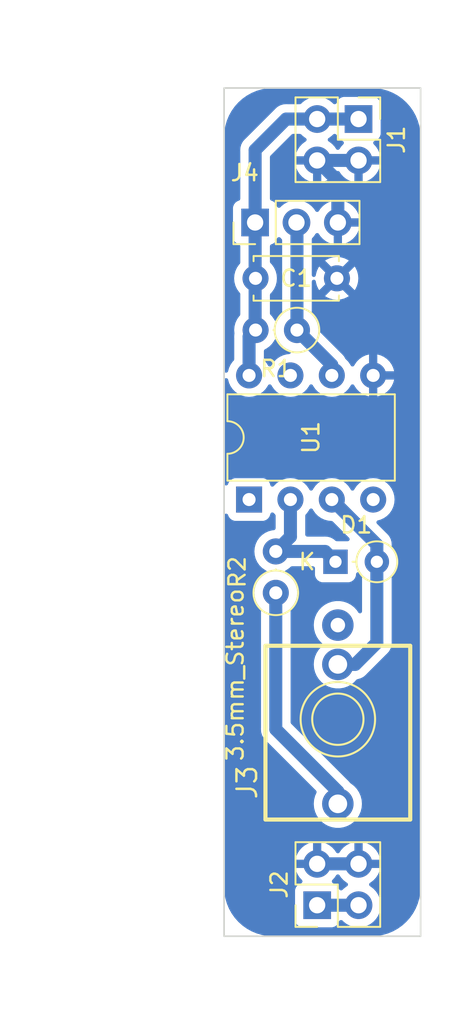
<source format=kicad_pcb>
(kicad_pcb (version 20221018) (generator pcbnew)
  (layers (0 "F.Cu" signal) (31 "B.Cu" signal) (34 "B.Paste" user) (35 "F.Paste" user) (36 "B.SilkS" user "B.Silkscreen") (37 "F.SilkS" user "F.Silkscreen") (38 "B.Mask" user) (39 "F.Mask" user) (44 "Edge.Cuts" user))
  (net 0 "")
  (net 1 "+5VA")
  (net 2 "GNDA")
  (net 3 "Net-(D1-Pad1)")
  (net 4 "Net-(D1-Pad2)")
  (net 5 "Net-(J2-Pad1)")
  (net 6 "Net-(J3-Pad1)")
  (net 8 "/MIDI_IN")
  (footprint "Resistor_THT:R_Axial_DIN0207_L6.3mm_D2.5mm_P2.54mm_Vertical" (layer "F.Cu") (at 118.139 66.294 180)
    (fp_text reference "R1" (at 1.27 -2.37) (layer "F.SilkS"))
    (fp_text value "220")
    (fp_line (start 1.37 0) (end 1.44 0) (stroke (width 0.12)) (layer "F.SilkS"))
    (fp_circle (center 0 0) (end 1.37 0) (stroke (width 0.12)) (fill none) (layer "F.SilkS"))
    (pad "1" thru_hole circle (at 0 0 180) (size 1.6 1.6) (drill 0.8) (layers "*.Cu" "*.Mask") (net 8 "/MIDI_IN"))
    (pad "2" thru_hole oval (at 2.54 0 180) (size 1.6 1.6) (drill 0.8) (layers "*.Cu" "*.Mask") (net 1 "+5VA"))
  )
  (footprint "Connector_PinHeader_2.54mm:PinHeader_2x02_P2.54mm_Vertical" (layer "F.Cu") (at 119.38 101.6 90)
    (fp_text reference "J2" (at 1.27 -2.33 90) (layer "F.SilkS"))
    (fp_text value "Conn_02x02_Odd_Even")
    (fp_line (start -1.33 -1.33) (end 0 -1.33) (stroke (width 0.12)) (layer "F.SilkS"))
    (fp_line (start -1.33 0) (end -1.33 -1.33) (stroke (width 0.12)) (layer "F.SilkS"))
    (fp_line (start -1.33 1.27) (end -1.33 3.87) (stroke (width 0.12)) (layer "F.SilkS"))
    (fp_line (start -1.33 1.27) (end 1.27 1.27) (stroke (width 0.12)) (layer "F.SilkS"))
    (fp_line (start -1.33 3.87) (end 3.87 3.87) (stroke (width 0.12)) (layer "F.SilkS"))
    (fp_line (start 1.27 -1.33) (end 3.87 -1.33) (stroke (width 0.12)) (layer "F.SilkS"))
    (fp_line (start 1.27 1.27) (end 1.27 -1.33) (stroke (width 0.12)) (layer "F.SilkS"))
    (fp_line (start 3.87 -1.33) (end 3.87 3.87) (stroke (width 0.12)) (layer "F.SilkS"))
    (pad "1" thru_hole rect (at 0 0 90) (size 1.7 1.7) (drill 1) (layers "*.Cu" "*.Mask") (net 5 "Net-(J2-Pad1)"))
    (pad "2" thru_hole oval (at 2.54 0 90) (size 1.7 1.7) (drill 1) (layers "*.Cu" "*.Mask") (net 2 "GNDA"))
    (pad "3" thru_hole oval (at 0 2.54 90) (size 1.7 1.7) (drill 1) (layers "*.Cu" "*.Mask") (net 5 "Net-(J2-Pad1)"))
    (pad "4" thru_hole oval (at 2.54 2.54 90) (size 1.7 1.7) (drill 1) (layers "*.Cu" "*.Mask") (net 2 "GNDA"))
  )
  (footprint "Diode_THT:D_DO-34_SOD68_P2.54mm_Vertical_KathodeUp" (layer "F.Cu") (at 120.50467 80.518)
    (fp_text reference "D1" (at 1.27 -2.25566) (layer "F.SilkS"))
    (fp_text value "1n4148")
    (fp_text user "K" (at -1.75 0) (layer "F.SilkS"))
    (fp_line (start 1.28434 0) (end 1.05 0) (stroke (width 0.12)) (layer "F.SilkS"))
    (fp_circle (center 2.54 0) (end 3.79566 0) (stroke (width 0.12)) (fill none) (layer "F.SilkS"))
    (pad "1" thru_hole rect (at 0 0) (size 1.5 1.5) (drill 0.75) (layers "*.Cu" "*.Mask") (net 3 "Net-(D1-Pad1)"))
    (pad "2" thru_hole oval (at 2.54 0) (size 1.5 1.5) (drill 0.75) (layers "*.Cu" "*.Mask") (net 4 "Net-(D1-Pad2)"))
  )
  (footprint "Package_DIP:DIP-8_W7.62mm" (layer "F.Cu") (at 115.199 76.698 90)
    (fp_text reference "U1" (at 3.81 3.8 90) (layer "F.SilkS"))
    (fp_text value "6N137")
    (fp_line (start 1.16 -1.33) (end 1.16 8.95) (stroke (width 0.12)) (layer "F.SilkS"))
    (fp_line (start 1.16 8.95) (end 6.46 8.95) (stroke (width 0.12)) (layer "F.SilkS"))
    (fp_line (start 2.81 -1.33) (end 1.16 -1.33) (stroke (width 0.12)) (layer "F.SilkS"))
    (fp_line (start 6.46 -1.33) (end 4.81 -1.33) (stroke (width 0.12)) (layer "F.SilkS"))
    (fp_line (start 6.46 8.95) (end 6.46 -1.33) (stroke (width 0.12)) (layer "F.SilkS"))
    (fp_arc (start 4.81 -1.33) (mid 3.81 -0.33) (end 2.81 -1.33) (stroke (width 0.12)) (layer "F.SilkS"))
    (pad "1" thru_hole rect (at 0 0 90) (size 1.6 1.6) (drill 0.8) (layers "*.Cu" "*.Mask"))
    (pad "2" thru_hole oval (at 0 2.54 90) (size 1.6 1.6) (drill 0.8) (layers "*.Cu" "*.Mask") (net 3 "Net-(D1-Pad1)"))
    (pad "3" thru_hole oval (at 0 5.08 90) (size 1.6 1.6) (drill 0.8) (layers "*.Cu" "*.Mask") (net 4 "Net-(D1-Pad2)"))
    (pad "4" thru_hole oval (at 0 7.62 90) (size 1.6 1.6) (drill 0.8) (layers "*.Cu" "*.Mask"))
    (pad "5" thru_hole oval (at 7.62 7.62 90) (size 1.6 1.6) (drill 0.8) (layers "*.Cu" "*.Mask") (net 2 "GNDA"))
    (pad "6" thru_hole oval (at 7.62 5.08 90) (size 1.6 1.6) (drill 0.8) (layers "*.Cu" "*.Mask") (net 8 "/MIDI_IN"))
    (pad "7" thru_hole oval (at 7.62 2.54 90) (size 1.6 1.6) (drill 0.8) (layers "*.Cu" "*.Mask"))
    (pad "8" thru_hole oval (at 7.62 0 90) (size 1.6 1.6) (drill 0.8) (layers "*.Cu" "*.Mask") (net 1 "+5VA"))
  )
  (footprint "Connector_PinHeader_2.54mm:PinHeader_1x03_P2.54mm_Vertical" (layer "F.Cu") (at 115.57 59.69 90)
    (fp_text reference "J4" (at 3.048 -0.635) (layer "F.SilkS"))
    (fp_text value "Conn_01x03")
    (fp_line (start -1.33 -1.33) (end 0 -1.33) (stroke (width 0.12)) (layer "F.SilkS"))
    (fp_line (start -1.33 0) (end -1.33 -1.33) (stroke (width 0.12)) (layer "F.SilkS"))
    (fp_line (start -1.33 1.27) (end -1.33 6.41) (stroke (width 0.12)) (layer "F.SilkS"))
    (fp_line (start -1.33 1.27) (end 1.33 1.27) (stroke (width 0.12)) (layer "F.SilkS"))
    (fp_line (start -1.33 6.41) (end 1.33 6.41) (stroke (width 0.12)) (layer "F.SilkS"))
    (fp_line (start 1.33 1.27) (end 1.33 6.41) (stroke (width 0.12)) (layer "F.SilkS"))
    (pad "1" thru_hole rect (at 0 0 90) (size 1.7 1.7) (drill 1) (layers "*.Cu" "*.Mask") (net 1 "+5VA"))
    (pad "2" thru_hole oval (at 0 2.54 90) (size 1.7 1.7) (drill 1) (layers "*.Cu" "*.Mask") (net 8 "/MIDI_IN"))
    (pad "3" thru_hole oval (at 0 5.08 90) (size 1.7 1.7) (drill 1) (layers "*.Cu" "*.Mask") (net 2 "GNDA"))
  )
  (footprint "4ms:EighthInch_PJ398SM" (layer "F.Cu") (at 120.65 90.17 90)
    (fp_text reference "J3" (at -5.0172 -4.866 90) (layer "F.SilkS") (effects (font (size 1.2065 1.2065) (thickness 0.1524)) (justify left bottom)))
    (fp_text value "3.5mm_Stereo" (at -2.667 -5.715 90) (layer "F.SilkS") (effects (justify left bottom)))
    (fp_line (start -6.1722 -4.445) (end -6.1722 4.445) (stroke (width 0.254)) (layer "F.SilkS"))
    (fp_line (start -6.1722 4.445) (end 4.4958 4.445) (stroke (width 0.254)) (layer "F.SilkS"))
    (fp_line (start 4.4958 -4.445) (end -6.1722 -4.445) (stroke (width 0.254)) (layer "F.SilkS"))
    (fp_line (start 4.4958 4.445) (end 4.4958 -4.445) (stroke (width 0.254)) (layer "F.SilkS"))
    (fp_circle (center -0.0127 0) (end 1.5621 0) (stroke (width 0.127)) (fill none) (layer "F.SilkS"))
    (fp_circle (center -0.0127 0) (end 2.2733 0) (stroke (width 0.127)) (fill none) (layer "F.SilkS"))
    (pad "1" thru_hole circle (at -5.207 0 90) (size 1.9304 1.9304) (drill 1.143) (layers "*.Cu" "*.Mask") (net 6 "Net-(J3-Pad1)"))
    (pad "2" thru_hole circle (at 5.7658 0 90) (size 1.9304 1.9304) (drill 0.889) (layers "*.Cu" "*.Mask"))
    (pad "3" thru_hole circle (at 3.3528 0 90) (size 1.9304 1.9304) (drill 1.143) (layers "*.Cu" "*.Mask") (net 4 "Net-(D1-Pad2)"))
  )
  (footprint "Connector_PinHeader_2.54mm:PinHeader_2x02_P2.54mm_Vertical" (layer "F.Cu") (at 121.92 53.34 -90)
    (fp_text reference "J1" (at 1.27 -2.33 90) (layer "F.SilkS"))
    (fp_text value "Conn_02x02_Odd_Even")
    (fp_line (start -1.33 -1.33) (end 0 -1.33) (stroke (width 0.12)) (layer "F.SilkS"))
    (fp_line (start -1.33 0) (end -1.33 -1.33) (stroke (width 0.12)) (layer "F.SilkS"))
    (fp_line (start -1.33 1.27) (end -1.33 3.87) (stroke (width 0.12)) (layer "F.SilkS"))
    (fp_line (start -1.33 1.27) (end 1.27 1.27) (stroke (width 0.12)) (layer "F.SilkS"))
    (fp_line (start -1.33 3.87) (end 3.87 3.87) (stroke (width 0.12)) (layer "F.SilkS"))
    (fp_line (start 1.27 -1.33) (end 3.87 -1.33) (stroke (width 0.12)) (layer "F.SilkS"))
    (fp_line (start 1.27 1.27) (end 1.27 -1.33) (stroke (width 0.12)) (layer "F.SilkS"))
    (fp_line (start 3.87 -1.33) (end 3.87 3.87) (stroke (width 0.12)) (layer "F.SilkS"))
    (pad "1" thru_hole rect (at 0 0 270) (size 1.7 1.7) (drill 1) (layers "*.Cu" "*.Mask") (net 1 "+5VA"))
    (pad "2" thru_hole oval (at 2.54 0 270) (size 1.7 1.7) (drill 1) (layers "*.Cu" "*.Mask") (net 2 "GNDA"))
    (pad "3" thru_hole oval (at 0 2.54 270) (size 1.7 1.7) (drill 1) (layers "*.Cu" "*.Mask") (net 1 "+5VA"))
    (pad "4" thru_hole oval (at 2.54 2.54 270) (size 1.7 1.7) (drill 1) (layers "*.Cu" "*.Mask") (net 2 "GNDA"))
  )
  (footprint "Capacitor_THT:C_Disc_D5.0mm_W2.5mm_P5.00mm" (layer "F.Cu") (at 115.595 63.119)
    (fp_text reference "C1" (at 2.5 0) (layer "F.SilkS"))
    (fp_text value "0.1uF")
    (fp_line (start -0.12 -1.37) (end -0.12 -1.055) (stroke (width 0.12)) (layer "F.SilkS"))
    (fp_line (start -0.12 -1.37) (end 5.12 -1.37) (stroke (width 0.12)) (layer "F.SilkS"))
    (fp_line (start -0.12 1.055) (end -0.12 1.37) (stroke (width 0.12)) (layer "F.SilkS"))
    (fp_line (start -0.12 1.37) (end 5.12 1.37) (stroke (width 0.12)) (layer "F.SilkS"))
    (fp_line (start 5.12 -1.37) (end 5.12 -1.055) (stroke (width 0.12)) (layer "F.SilkS"))
    (fp_line (start 5.12 1.055) (end 5.12 1.37) (stroke (width 0.12)) (layer "F.SilkS"))
    (pad "1" thru_hole circle (at 0 0) (size 1.6 1.6) (drill 0.8) (layers "*.Cu" "*.Mask") (net 1 "+5VA"))
    (pad "2" thru_hole circle (at 5 0) (size 1.6 1.6) (drill 0.8) (layers "*.Cu" "*.Mask") (net 2 "GNDA"))
  )
  (footprint "Resistor_THT:R_Axial_DIN0207_L6.3mm_D2.5mm_P2.54mm_Vertical" (layer "F.Cu") (at 116.84 82.423 90)
    (fp_text reference "R2" (at 1.27 -2.37 90) (layer "F.SilkS"))
    (fp_text value "220")
    (fp_line (start 1.37 0) (end 1.44 0) (stroke (width 0.12)) (layer "F.SilkS"))
    (fp_circle (center 0 0) (end 1.37 0) (stroke (width 0.12)) (fill none) (layer "F.SilkS"))
    (pad "1" thru_hole circle (at 0 0 90) (size 1.6 1.6) (drill 0.8) (layers "*.Cu" "*.Mask") (net 6 "Net-(J3-Pad1)"))
    (pad "2" thru_hole oval (at 2.54 0 90) (size 1.6 1.6) (drill 0.8) (layers "*.Cu" "*.Mask") (net 3 "Net-(D1-Pad1)"))
  )
  (gr_rect (start 113.665 51.435) (end 125.73 103.505) (stroke (width 0.1)) (fill none) (layer "Edge.Cuts"))
  (segment (start 117.475 53.34) (end 119.38 53.34) (width 0.8) (layer "B.Cu") (net 1))
  (segment (start 115.599 66.294) (end 115.57 66.265) (width 0.8) (layer "B.Cu") (net 1))
  (segment (start 115.57 55.245) (end 117.475 53.34) (width 0.8) (layer "B.Cu") (net 1))
  (segment (start 115.57 66.265) (end 115.57 55.245) (width 0.8) (layer "B.Cu") (net 1))
  (segment (start 115.199 66.694) (end 115.599 66.294) (width 0.8) (layer "B.Cu") (net 1))
  (segment (start 115.199 69.078) (end 115.199 66.694) (width 0.8) (layer "B.Cu") (net 1))
  (segment (start 119.38 53.34) (end 121.92 53.34) (width 0.8) (layer "B.Cu") (net 1))
  (segment (start 121.92 55.88) (end 119.38 55.88) (width 0.8) (layer "B.Cu") (net 2))
  (segment (start 121.92 99.06) (end 119.38 99.06) (width 0.8) (layer "B.Cu") (net 2))
  (segment (start 120.65 57.15) (end 119.38 55.88) (width 0.8) (layer "B.Cu") (net 2))
  (segment (start 121.935 55.895) (end 121.92 55.88) (width 0.8) (layer "B.Cu") (net 2))
  (segment (start 120.65 59.69) (end 120.65 57.15) (width 0.8) (layer "B.Cu") (net 2))
  (segment (start 120.50467 80.518) (end 119.86967 79.883) (width 0.8) (layer "B.Cu") (net 3))
  (segment (start 117.739 78.984) (end 116.84 79.883) (width 0.8) (layer "B.Cu") (net 3))
  (segment (start 117.739 76.698) (end 117.739 78.984) (width 0.8) (layer "B.Cu") (net 3))
  (segment (start 119.86967 79.883) (end 116.84 79.883) (width 0.8) (layer "B.Cu") (net 3))
  (segment (start 123.04467 85.48933) (end 123.04467 80.518) (width 0.8) (layer "B.Cu") (net 4))
  (segment (start 120.65 86.8172) (end 121.7168 86.8172) (width 0.8) (layer "B.Cu") (net 4))
  (segment (start 121.7168 86.8172) (end 123.04467 85.48933) (width 0.8) (layer "B.Cu") (net 4))
  (segment (start 123.04467 79.46367) (end 120.279 76.698) (width 0.8) (layer "B.Cu") (net 4))
  (segment (start 123.04467 80.518) (end 123.04467 79.46367) (width 0.8) (layer "B.Cu") (net 4))
  (segment (start 119.38 101.6) (end 121.92 101.6) (width 0.8) (layer "B.Cu") (net 5))
  (segment (start 120.65 95.377) (end 120.65 94.615) (width 0.8) (layer "B.Cu") (net 6))
  (segment (start 120.65 94.615) (end 116.84 90.805) (width 0.8) (layer "B.Cu") (net 6))
  (segment (start 116.84 90.805) (end 116.84 82.423) (width 0.8) (layer "B.Cu") (net 6))
  (segment (start 118.139 59.719) (end 118.11 59.69) (width 0.8) (layer "B.Cu") (net 8))
  (segment (start 118.139 66.294) (end 118.139 59.719) (width 0.8) (layer "B.Cu") (net 8))
  (segment (start 120.279 68.434) (end 118.139 66.294) (width 0.8) (layer "B.Cu") (net 8))
  (segment (start 120.279 69.078) (end 120.279 68.434) (width 0.8) (layer "B.Cu") (net 8))
  (zone (net 2) (net_name "GNDA") (layer "B.Cu") (name "GND") (connect_pads (clearance 0.508)) (min_thickness 0.254) (fill yes (thermal_gap 0.508) (thermal_bridge_width 0.508) (smoothing fillet) (radius 3) (island_removal_mode 1) (island_area_min 1))
    (polygon (pts (xy 128.905 104.14) (xy 113.03 104.14) (xy 113.03 50.8) (xy 128.905 50.8)))
  )
)
</source>
